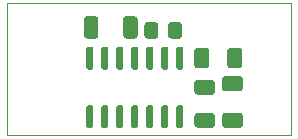
<source format=gbr>
G04 #@! TF.GenerationSoftware,KiCad,Pcbnew,(5.1.9)-1*
G04 #@! TF.CreationDate,2021-04-09T17:17:31+02:00*
G04 #@! TF.ProjectId,Token,546f6b65-6e2e-46b6-9963-61645f706362,rev?*
G04 #@! TF.SameCoordinates,Original*
G04 #@! TF.FileFunction,Paste,Top*
G04 #@! TF.FilePolarity,Positive*
%FSLAX46Y46*%
G04 Gerber Fmt 4.6, Leading zero omitted, Abs format (unit mm)*
G04 Created by KiCad (PCBNEW (5.1.9)-1) date 2021-04-09 17:17:31*
%MOMM*%
%LPD*%
G01*
G04 APERTURE LIST*
G04 #@! TA.AperFunction,Profile*
%ADD10C,0.050000*%
G04 #@! TD*
G04 APERTURE END LIST*
D10*
X161988500Y-47688500D02*
X158115000Y-47688500D01*
X161988500Y-36512500D02*
X161988500Y-47688500D01*
X158115000Y-36512500D02*
X161988500Y-36512500D01*
X137985500Y-36512500D02*
X138049000Y-36512500D01*
X137985500Y-47688500D02*
X137985500Y-36512500D01*
X158115000Y-47688500D02*
X137985500Y-47688500D01*
X138049000Y-36512500D02*
X158115000Y-36512500D01*
G04 #@! TO.C,C1*
G36*
G01*
X157857000Y-40523000D02*
X157857000Y-41773000D01*
G75*
G02*
X157607000Y-42023000I-250000J0D01*
G01*
X156857000Y-42023000D01*
G75*
G02*
X156607000Y-41773000I0J250000D01*
G01*
X156607000Y-40523000D01*
G75*
G02*
X156857000Y-40273000I250000J0D01*
G01*
X157607000Y-40273000D01*
G75*
G02*
X157857000Y-40523000I0J-250000D01*
G01*
G37*
G36*
G01*
X155057000Y-40523000D02*
X155057000Y-41773000D01*
G75*
G02*
X154807000Y-42023000I-250000J0D01*
G01*
X154057000Y-42023000D01*
G75*
G02*
X153807000Y-41773000I0J250000D01*
G01*
X153807000Y-40523000D01*
G75*
G02*
X154057000Y-40273000I250000J0D01*
G01*
X154807000Y-40273000D01*
G75*
G02*
X155057000Y-40523000I0J-250000D01*
G01*
G37*
G04 #@! TD*
G04 #@! TO.C,C2*
G36*
G01*
X154061000Y-42993500D02*
X155311000Y-42993500D01*
G75*
G02*
X155561000Y-43243500I0J-250000D01*
G01*
X155561000Y-43993500D01*
G75*
G02*
X155311000Y-44243500I-250000J0D01*
G01*
X154061000Y-44243500D01*
G75*
G02*
X153811000Y-43993500I0J250000D01*
G01*
X153811000Y-43243500D01*
G75*
G02*
X154061000Y-42993500I250000J0D01*
G01*
G37*
G36*
G01*
X154061000Y-45793500D02*
X155311000Y-45793500D01*
G75*
G02*
X155561000Y-46043500I0J-250000D01*
G01*
X155561000Y-46793500D01*
G75*
G02*
X155311000Y-47043500I-250000J0D01*
G01*
X154061000Y-47043500D01*
G75*
G02*
X153811000Y-46793500I0J250000D01*
G01*
X153811000Y-46043500D01*
G75*
G02*
X154061000Y-45793500I250000J0D01*
G01*
G37*
G04 #@! TD*
G04 #@! TO.C,D1*
G36*
G01*
X144462000Y-39244500D02*
X144462000Y-37844500D01*
G75*
G02*
X144712000Y-37594500I250000J0D01*
G01*
X145437000Y-37594500D01*
G75*
G02*
X145687000Y-37844500I0J-250000D01*
G01*
X145687000Y-39244500D01*
G75*
G02*
X145437000Y-39494500I-250000J0D01*
G01*
X144712000Y-39494500D01*
G75*
G02*
X144462000Y-39244500I0J250000D01*
G01*
G37*
G36*
G01*
X147787000Y-39244500D02*
X147787000Y-37844500D01*
G75*
G02*
X148037000Y-37594500I250000J0D01*
G01*
X148762000Y-37594500D01*
G75*
G02*
X149012000Y-37844500I0J-250000D01*
G01*
X149012000Y-39244500D01*
G75*
G02*
X148762000Y-39494500I-250000J0D01*
G01*
X148037000Y-39494500D01*
G75*
G02*
X147787000Y-39244500I0J250000D01*
G01*
G37*
G04 #@! TD*
G04 #@! TO.C,R2*
G36*
G01*
X157660500Y-47068500D02*
X156410500Y-47068500D01*
G75*
G02*
X156160500Y-46818500I0J250000D01*
G01*
X156160500Y-46018500D01*
G75*
G02*
X156410500Y-45768500I250000J0D01*
G01*
X157660500Y-45768500D01*
G75*
G02*
X157910500Y-46018500I0J-250000D01*
G01*
X157910500Y-46818500D01*
G75*
G02*
X157660500Y-47068500I-250000J0D01*
G01*
G37*
G36*
G01*
X157660500Y-43968500D02*
X156410500Y-43968500D01*
G75*
G02*
X156160500Y-43718500I0J250000D01*
G01*
X156160500Y-42918500D01*
G75*
G02*
X156410500Y-42668500I250000J0D01*
G01*
X157660500Y-42668500D01*
G75*
G02*
X157910500Y-42918500I0J-250000D01*
G01*
X157910500Y-43718500D01*
G75*
G02*
X157660500Y-43968500I-250000J0D01*
G01*
G37*
G04 #@! TD*
G04 #@! TO.C,U1*
G36*
G01*
X152440500Y-40176000D02*
X152740500Y-40176000D01*
G75*
G02*
X152890500Y-40326000I0J-150000D01*
G01*
X152890500Y-41976000D01*
G75*
G02*
X152740500Y-42126000I-150000J0D01*
G01*
X152440500Y-42126000D01*
G75*
G02*
X152290500Y-41976000I0J150000D01*
G01*
X152290500Y-40326000D01*
G75*
G02*
X152440500Y-40176000I150000J0D01*
G01*
G37*
G36*
G01*
X151170500Y-40176000D02*
X151470500Y-40176000D01*
G75*
G02*
X151620500Y-40326000I0J-150000D01*
G01*
X151620500Y-41976000D01*
G75*
G02*
X151470500Y-42126000I-150000J0D01*
G01*
X151170500Y-42126000D01*
G75*
G02*
X151020500Y-41976000I0J150000D01*
G01*
X151020500Y-40326000D01*
G75*
G02*
X151170500Y-40176000I150000J0D01*
G01*
G37*
G36*
G01*
X149900500Y-40176000D02*
X150200500Y-40176000D01*
G75*
G02*
X150350500Y-40326000I0J-150000D01*
G01*
X150350500Y-41976000D01*
G75*
G02*
X150200500Y-42126000I-150000J0D01*
G01*
X149900500Y-42126000D01*
G75*
G02*
X149750500Y-41976000I0J150000D01*
G01*
X149750500Y-40326000D01*
G75*
G02*
X149900500Y-40176000I150000J0D01*
G01*
G37*
G36*
G01*
X148630500Y-40176000D02*
X148930500Y-40176000D01*
G75*
G02*
X149080500Y-40326000I0J-150000D01*
G01*
X149080500Y-41976000D01*
G75*
G02*
X148930500Y-42126000I-150000J0D01*
G01*
X148630500Y-42126000D01*
G75*
G02*
X148480500Y-41976000I0J150000D01*
G01*
X148480500Y-40326000D01*
G75*
G02*
X148630500Y-40176000I150000J0D01*
G01*
G37*
G36*
G01*
X147360500Y-40176000D02*
X147660500Y-40176000D01*
G75*
G02*
X147810500Y-40326000I0J-150000D01*
G01*
X147810500Y-41976000D01*
G75*
G02*
X147660500Y-42126000I-150000J0D01*
G01*
X147360500Y-42126000D01*
G75*
G02*
X147210500Y-41976000I0J150000D01*
G01*
X147210500Y-40326000D01*
G75*
G02*
X147360500Y-40176000I150000J0D01*
G01*
G37*
G36*
G01*
X146090500Y-40176000D02*
X146390500Y-40176000D01*
G75*
G02*
X146540500Y-40326000I0J-150000D01*
G01*
X146540500Y-41976000D01*
G75*
G02*
X146390500Y-42126000I-150000J0D01*
G01*
X146090500Y-42126000D01*
G75*
G02*
X145940500Y-41976000I0J150000D01*
G01*
X145940500Y-40326000D01*
G75*
G02*
X146090500Y-40176000I150000J0D01*
G01*
G37*
G36*
G01*
X144820500Y-40176000D02*
X145120500Y-40176000D01*
G75*
G02*
X145270500Y-40326000I0J-150000D01*
G01*
X145270500Y-41976000D01*
G75*
G02*
X145120500Y-42126000I-150000J0D01*
G01*
X144820500Y-42126000D01*
G75*
G02*
X144670500Y-41976000I0J150000D01*
G01*
X144670500Y-40326000D01*
G75*
G02*
X144820500Y-40176000I150000J0D01*
G01*
G37*
G36*
G01*
X144820500Y-45126000D02*
X145120500Y-45126000D01*
G75*
G02*
X145270500Y-45276000I0J-150000D01*
G01*
X145270500Y-46926000D01*
G75*
G02*
X145120500Y-47076000I-150000J0D01*
G01*
X144820500Y-47076000D01*
G75*
G02*
X144670500Y-46926000I0J150000D01*
G01*
X144670500Y-45276000D01*
G75*
G02*
X144820500Y-45126000I150000J0D01*
G01*
G37*
G36*
G01*
X146090500Y-45126000D02*
X146390500Y-45126000D01*
G75*
G02*
X146540500Y-45276000I0J-150000D01*
G01*
X146540500Y-46926000D01*
G75*
G02*
X146390500Y-47076000I-150000J0D01*
G01*
X146090500Y-47076000D01*
G75*
G02*
X145940500Y-46926000I0J150000D01*
G01*
X145940500Y-45276000D01*
G75*
G02*
X146090500Y-45126000I150000J0D01*
G01*
G37*
G36*
G01*
X147360500Y-45126000D02*
X147660500Y-45126000D01*
G75*
G02*
X147810500Y-45276000I0J-150000D01*
G01*
X147810500Y-46926000D01*
G75*
G02*
X147660500Y-47076000I-150000J0D01*
G01*
X147360500Y-47076000D01*
G75*
G02*
X147210500Y-46926000I0J150000D01*
G01*
X147210500Y-45276000D01*
G75*
G02*
X147360500Y-45126000I150000J0D01*
G01*
G37*
G36*
G01*
X148630500Y-45126000D02*
X148930500Y-45126000D01*
G75*
G02*
X149080500Y-45276000I0J-150000D01*
G01*
X149080500Y-46926000D01*
G75*
G02*
X148930500Y-47076000I-150000J0D01*
G01*
X148630500Y-47076000D01*
G75*
G02*
X148480500Y-46926000I0J150000D01*
G01*
X148480500Y-45276000D01*
G75*
G02*
X148630500Y-45126000I150000J0D01*
G01*
G37*
G36*
G01*
X149900500Y-45126000D02*
X150200500Y-45126000D01*
G75*
G02*
X150350500Y-45276000I0J-150000D01*
G01*
X150350500Y-46926000D01*
G75*
G02*
X150200500Y-47076000I-150000J0D01*
G01*
X149900500Y-47076000D01*
G75*
G02*
X149750500Y-46926000I0J150000D01*
G01*
X149750500Y-45276000D01*
G75*
G02*
X149900500Y-45126000I150000J0D01*
G01*
G37*
G36*
G01*
X151170500Y-45126000D02*
X151470500Y-45126000D01*
G75*
G02*
X151620500Y-45276000I0J-150000D01*
G01*
X151620500Y-46926000D01*
G75*
G02*
X151470500Y-47076000I-150000J0D01*
G01*
X151170500Y-47076000D01*
G75*
G02*
X151020500Y-46926000I0J150000D01*
G01*
X151020500Y-45276000D01*
G75*
G02*
X151170500Y-45126000I150000J0D01*
G01*
G37*
G36*
G01*
X152440500Y-45126000D02*
X152740500Y-45126000D01*
G75*
G02*
X152890500Y-45276000I0J-150000D01*
G01*
X152890500Y-46926000D01*
G75*
G02*
X152740500Y-47076000I-150000J0D01*
G01*
X152440500Y-47076000D01*
G75*
G02*
X152290500Y-46926000I0J150000D01*
G01*
X152290500Y-45276000D01*
G75*
G02*
X152440500Y-45126000I150000J0D01*
G01*
G37*
G04 #@! TD*
G04 #@! TO.C,R1*
G36*
G01*
X149577500Y-39248501D02*
X149577500Y-38348499D01*
G75*
G02*
X149827499Y-38098500I249999J0D01*
G01*
X150527501Y-38098500D01*
G75*
G02*
X150777500Y-38348499I0J-249999D01*
G01*
X150777500Y-39248501D01*
G75*
G02*
X150527501Y-39498500I-249999J0D01*
G01*
X149827499Y-39498500D01*
G75*
G02*
X149577500Y-39248501I0J249999D01*
G01*
G37*
G36*
G01*
X151577500Y-39248501D02*
X151577500Y-38348499D01*
G75*
G02*
X151827499Y-38098500I249999J0D01*
G01*
X152527501Y-38098500D01*
G75*
G02*
X152777500Y-38348499I0J-249999D01*
G01*
X152777500Y-39248501D01*
G75*
G02*
X152527501Y-39498500I-249999J0D01*
G01*
X151827499Y-39498500D01*
G75*
G02*
X151577500Y-39248501I0J249999D01*
G01*
G37*
G04 #@! TD*
M02*

</source>
